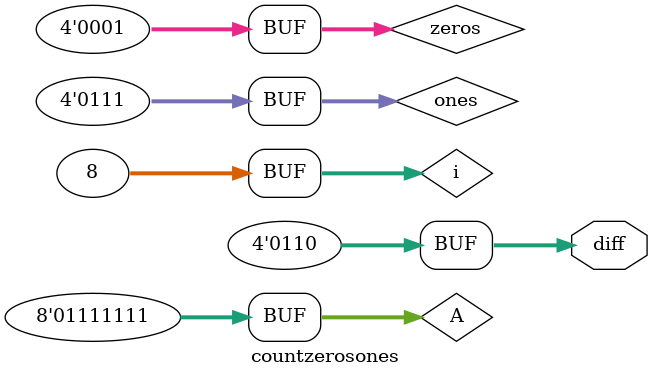
<source format=v>
module countzerosones(diff);
             reg [n-1:0] A;
             parameter n = 8;
             output wire [3:0] diff;
             integer i;
             reg [3:0] ones, zeros;
             initial A = 8'b01111111;
             always@*
             begin
                     ones = 0;
                     zeros = 0;
                     for (i = 0; i <n ; i = i+1) begin
                     if(A[i]) ones = ones + 1;
                     else zeros = zeros +1; end
             end
             assign diff = (ones >= zeros ) ? ones - zeros: zeros-ones;
endmodule

</source>
